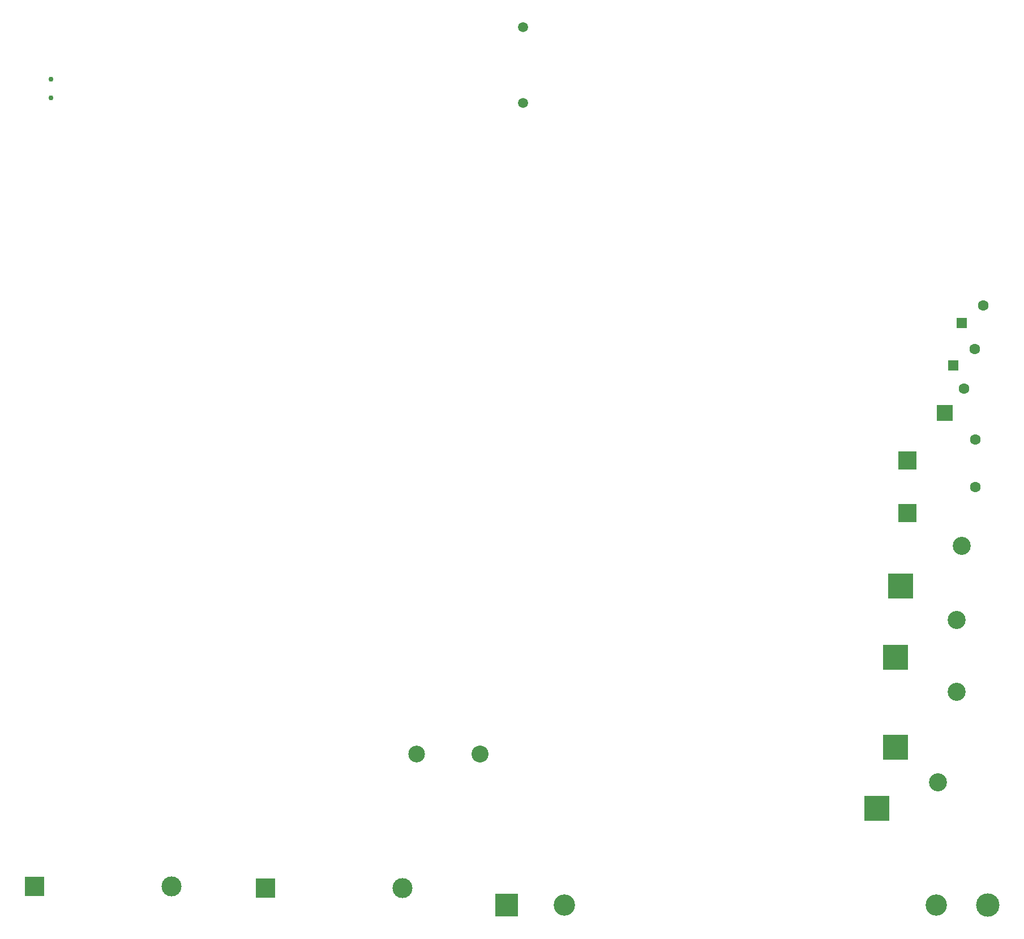
<source format=gbr>
%TF.GenerationSoftware,KiCad,Pcbnew,(5.1.10-1-10_14)*%
%TF.CreationDate,2021-10-26T13:01:22-04:00*%
%TF.ProjectId,SMD-board-panelize,534d442d-626f-4617-9264-2d70616e656c,rev?*%
%TF.SameCoordinates,Original*%
%TF.FileFunction,Soldermask,Bot*%
%TF.FilePolarity,Negative*%
%FSLAX46Y46*%
G04 Gerber Fmt 4.6, Leading zero omitted, Abs format (unit mm)*
G04 Created by KiCad (PCBNEW (5.1.10-1-10_14)) date 2021-10-26 13:01:22*
%MOMM*%
%LPD*%
G01*
G04 APERTURE LIST*
%ADD10C,3.000000*%
%ADD11R,3.000000X3.000000*%
%ADD12R,3.700000X3.700000*%
%ADD13C,2.700000*%
%ADD14R,1.600000X1.600000*%
%ADD15C,1.600000*%
%ADD16R,2.700000X2.700000*%
%ADD17C,2.500000*%
%ADD18C,2.540000*%
%ADD19R,2.350000X2.350000*%
%ADD20C,3.500000*%
%ADD21R,3.500000X3.500000*%
%ADD22C,3.200000*%
%ADD23C,0.750000*%
%ADD24C,1.500000*%
G04 APERTURE END LIST*
D10*
%TO.C,REF\u002A\u002A*%
X89070000Y-10922000D03*
D11*
X68580000Y-10922000D03*
%TD*%
D12*
%TO.C,REF\u002A\u002A*%
X198120000Y34036000D03*
D13*
X207270000Y40036000D03*
%TD*%
D14*
%TO.C,REF\u002A\u002A*%
X205994000Y67056000D03*
D15*
X209244000Y69506000D03*
%TD*%
D16*
%TO.C,REF\u002A\u002A*%
X199136000Y44958000D03*
D15*
X209306000Y48808000D03*
%TD*%
%TO.C,REF\u002A\u002A*%
X210514000Y76056000D03*
D14*
X207264000Y73406000D03*
%TD*%
D12*
%TO.C,REF\u002A\u002A*%
X194564000Y762000D03*
D13*
X203714000Y4662000D03*
%TD*%
D17*
%TO.C,REF\u002A\u002A*%
X125730000Y8890000D03*
D18*
X135260000Y8890000D03*
%TD*%
D19*
%TO.C,REF\u002A\u002A*%
X204724000Y59944000D03*
D15*
X207599000Y63594000D03*
%TD*%
D16*
%TO.C,REF\u002A\u002A*%
X199136000Y52832000D03*
D15*
X209306000Y55982000D03*
%TD*%
D12*
%TO.C,REF\u002A\u002A*%
X197358000Y9906000D03*
D13*
X206508000Y18206000D03*
%TD*%
D12*
%TO.C,REF\u002A\u002A*%
X197358000Y23368000D03*
D13*
X206508000Y28968000D03*
%TD*%
D20*
%TO.C,REF\u002A\u002A*%
X211192000Y-13716000D03*
D21*
X139192000Y-13716000D03*
D22*
X147837000Y-13716000D03*
X203447000Y-13716000D03*
%TD*%
D10*
%TO.C,REF\u002A\u002A*%
X123614000Y-11176000D03*
D11*
X103124000Y-11176000D03*
%TD*%
D23*
%TO.C,REF\u002A\u002A*%
X71085000Y109845000D03*
X71085000Y107095000D03*
%TD*%
D24*
%TO.C,REF\u002A\u002A*%
X141642000Y106330000D03*
X141642000Y117630000D03*
%TD*%
M02*

</source>
